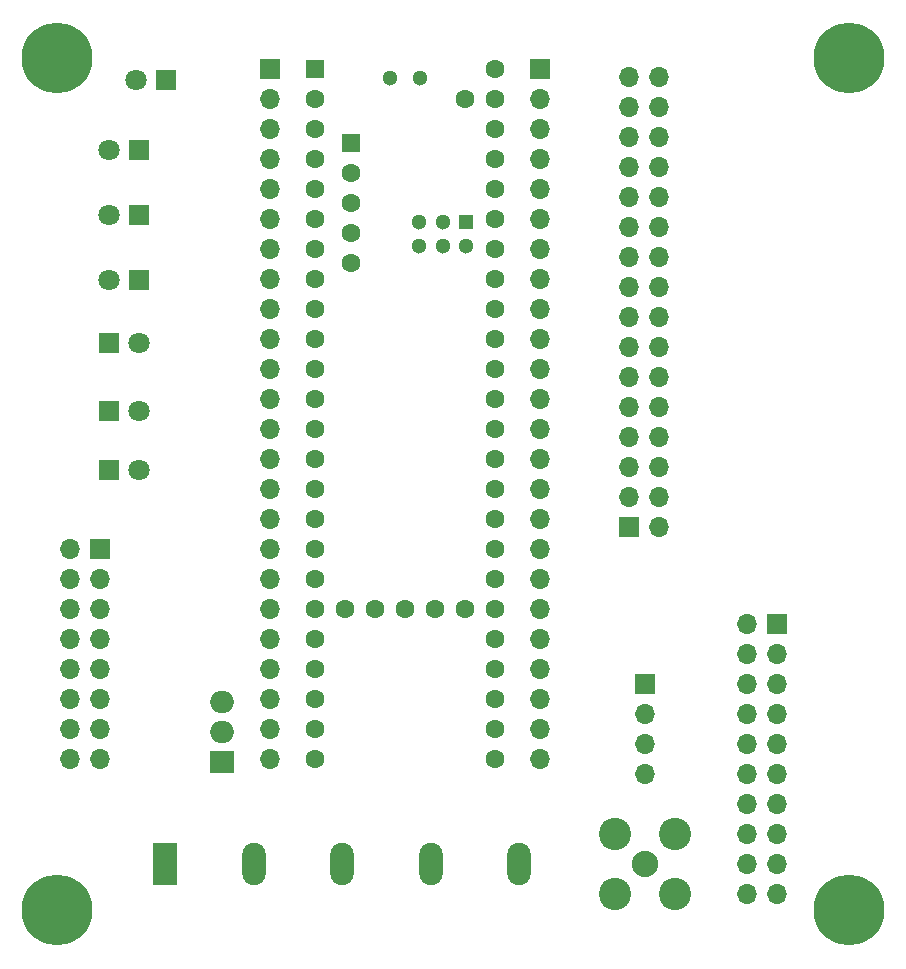
<source format=gbs>
%TF.GenerationSoftware,KiCad,Pcbnew,(5.1.4)-1*%
%TF.CreationDate,2021-11-01T00:35:55-04:00*%
%TF.ProjectId,CentralPCB,43656e74-7261-46c5-9043-422e6b696361,v01*%
%TF.SameCoordinates,Original*%
%TF.FileFunction,Soldermask,Bot*%
%TF.FilePolarity,Negative*%
%FSLAX46Y46*%
G04 Gerber Fmt 4.6, Leading zero omitted, Abs format (unit mm)*
G04 Created by KiCad (PCBNEW (5.1.4)-1) date 2021-11-01 00:35:55*
%MOMM*%
%LPD*%
G04 APERTURE LIST*
%ADD10C,6.000000*%
%ADD11O,1.700000X1.700000*%
%ADD12R,1.700000X1.700000*%
%ADD13R,2.000000X1.905000*%
%ADD14O,2.000000X1.905000*%
%ADD15R,1.800000X1.800000*%
%ADD16C,1.800000*%
%ADD17R,2.000000X3.600000*%
%ADD18O,2.000000X3.600000*%
%ADD19C,2.740000*%
%ADD20C,2.240000*%
%ADD21C,1.300000*%
%ADD22C,1.600000*%
%ADD23R,1.300000X1.300000*%
%ADD24R,1.600000X1.600000*%
G04 APERTURE END LIST*
D10*
%TO.C, *%
X97028000Y-102108000D03*
%TD*%
%TO.C, *%
X29972000Y-102108000D03*
%TD*%
%TO.C, *%
X29972000Y-29972000D03*
%TD*%
%TO.C, *%
X97028000Y-29972000D03*
%TD*%
D11*
%TO.C,J2*%
X79759500Y-90554500D03*
X79759500Y-88014500D03*
X79759500Y-85474500D03*
D12*
X79759500Y-82934500D03*
%TD*%
D13*
%TO.C,U3*%
X43909500Y-89524500D03*
D14*
X43909500Y-86984500D03*
X43909500Y-84444500D03*
%TD*%
D15*
%TO.C,D1*%
X34369500Y-64806500D03*
D16*
X36909500Y-64806500D03*
%TD*%
D12*
%TO.C,J4*%
X70869500Y-30864500D03*
D11*
X70869500Y-33404500D03*
X70869500Y-35944500D03*
X70869500Y-38484500D03*
X70869500Y-41024500D03*
X70869500Y-43564500D03*
X70869500Y-46104500D03*
X70869500Y-48644500D03*
X70869500Y-51184500D03*
X70869500Y-53724500D03*
X70869500Y-56264500D03*
X70869500Y-58804500D03*
X70869500Y-61344500D03*
X70869500Y-63884500D03*
X70869500Y-66424500D03*
X70869500Y-68964500D03*
X70869500Y-71504500D03*
X70869500Y-74044500D03*
X70869500Y-76584500D03*
X70869500Y-79124500D03*
X70869500Y-81664500D03*
X70869500Y-84204500D03*
X70869500Y-86744500D03*
X70869500Y-89284500D03*
%TD*%
D12*
%TO.C,J3*%
X48009500Y-30864500D03*
D11*
X48009500Y-33404500D03*
X48009500Y-35944500D03*
X48009500Y-38484500D03*
X48009500Y-41024500D03*
X48009500Y-43564500D03*
X48009500Y-46104500D03*
X48009500Y-48644500D03*
X48009500Y-51184500D03*
X48009500Y-53724500D03*
X48009500Y-56264500D03*
X48009500Y-58804500D03*
X48009500Y-61344500D03*
X48009500Y-63884500D03*
X48009500Y-66424500D03*
X48009500Y-68964500D03*
X48009500Y-71504500D03*
X48009500Y-74044500D03*
X48009500Y-76584500D03*
X48009500Y-79124500D03*
X48009500Y-81664500D03*
X48009500Y-84204500D03*
X48009500Y-86744500D03*
X48009500Y-89284500D03*
%TD*%
D17*
%TO.C,J8*%
X39119500Y-98174500D03*
D18*
X46619500Y-98174500D03*
X54119500Y-98174500D03*
X61619500Y-98174500D03*
X69119500Y-98174500D03*
%TD*%
D11*
%TO.C,J7*%
X88395500Y-100714500D03*
X90935500Y-100714500D03*
X88395500Y-98174500D03*
X90935500Y-98174500D03*
X88395500Y-95634500D03*
X90935500Y-95634500D03*
X88395500Y-93094500D03*
X90935500Y-93094500D03*
X88395500Y-90554500D03*
X90935500Y-90554500D03*
X88395500Y-88014500D03*
X90935500Y-88014500D03*
X88395500Y-85474500D03*
X90935500Y-85474500D03*
X88395500Y-82934500D03*
X90935500Y-82934500D03*
X88395500Y-80394500D03*
X90935500Y-80394500D03*
X88395500Y-77854500D03*
D12*
X90935500Y-77854500D03*
%TD*%
D19*
%TO.C,J6*%
X77219500Y-100714500D03*
X82299500Y-100714500D03*
X82299500Y-95634500D03*
X77219500Y-95634500D03*
D20*
X79759500Y-98174500D03*
%TD*%
D21*
%TO.C,U2*%
X60709500Y-31594500D03*
X58169500Y-31594500D03*
D22*
X64519500Y-76584500D03*
X61979500Y-76584500D03*
X59439500Y-76584500D03*
X56899500Y-76584500D03*
X54359500Y-76584500D03*
D21*
X60621100Y-43834500D03*
X60621100Y-45834500D03*
X62621100Y-45834500D03*
X62621100Y-43834500D03*
X64621100Y-45834500D03*
D23*
X64621100Y-43834500D03*
D22*
X51819500Y-71504500D03*
X51819500Y-74044500D03*
X51819500Y-76584500D03*
X51819500Y-79124500D03*
X51819500Y-68964500D03*
X51819500Y-66424500D03*
X51819500Y-63884500D03*
X51819500Y-81664500D03*
X51819500Y-84204500D03*
X51819500Y-86744500D03*
X51819500Y-89284500D03*
X67059500Y-89284500D03*
X67059500Y-86744500D03*
X67059500Y-84204500D03*
X67059500Y-81664500D03*
X67059500Y-79124500D03*
X67059500Y-76584500D03*
X67059500Y-74044500D03*
X67059500Y-71504500D03*
X67059500Y-68964500D03*
X67059500Y-66424500D03*
X51819500Y-61344500D03*
X51819500Y-58804500D03*
X51819500Y-56264500D03*
X51819500Y-53724500D03*
X51819500Y-51184500D03*
X51819500Y-48644500D03*
X51819500Y-46104500D03*
X51819500Y-43564500D03*
X51819500Y-41024500D03*
X51819500Y-38484500D03*
X51819500Y-35944500D03*
X51819500Y-33404500D03*
D24*
X51819500Y-30864500D03*
D22*
X67059500Y-63884500D03*
X67059500Y-61344500D03*
X67059500Y-58804500D03*
X67059500Y-56264500D03*
X67059500Y-53724500D03*
X67059500Y-51184500D03*
X67059500Y-48644500D03*
X67059500Y-46104500D03*
X67059500Y-43564500D03*
X67059500Y-41024500D03*
X67059500Y-38484500D03*
X67059500Y-35944500D03*
X67059500Y-33404500D03*
X67059500Y-30864500D03*
D24*
X54870300Y-37163700D03*
D22*
X54870300Y-39703700D03*
X54870300Y-42243700D03*
X54870300Y-44783700D03*
X54870300Y-47323700D03*
X64519500Y-33404500D03*
%TD*%
D11*
%TO.C,J5*%
X80973500Y-31536500D03*
X78433500Y-31536500D03*
X80973500Y-34076500D03*
X78433500Y-34076500D03*
X80973500Y-36616500D03*
X78433500Y-36616500D03*
X80973500Y-39156500D03*
X78433500Y-39156500D03*
X80973500Y-41696500D03*
X78433500Y-41696500D03*
X80973500Y-44236500D03*
X78433500Y-44236500D03*
X80973500Y-46776500D03*
X78433500Y-46776500D03*
X80973500Y-49316500D03*
X78433500Y-49316500D03*
X80973500Y-51856500D03*
X78433500Y-51856500D03*
X80973500Y-54396500D03*
X78433500Y-54396500D03*
X80973500Y-56936500D03*
X78433500Y-56936500D03*
X80973500Y-59476500D03*
X78433500Y-59476500D03*
X80973500Y-62016500D03*
X78433500Y-62016500D03*
X80973500Y-64556500D03*
X78433500Y-64556500D03*
X80973500Y-67096500D03*
X78433500Y-67096500D03*
X80973500Y-69636500D03*
D12*
X78433500Y-69636500D03*
%TD*%
%TO.C,J1*%
X33591500Y-71504500D03*
D11*
X31051500Y-71504500D03*
X33591500Y-74044500D03*
X31051500Y-74044500D03*
X33591500Y-76584500D03*
X31051500Y-76584500D03*
X33591500Y-79124500D03*
X31051500Y-79124500D03*
X33591500Y-81664500D03*
X31051500Y-81664500D03*
X33591500Y-84204500D03*
X31051500Y-84204500D03*
X33591500Y-86744500D03*
X31051500Y-86744500D03*
X33591500Y-89284500D03*
X31051500Y-89284500D03*
%TD*%
D15*
%TO.C,D7*%
X34369500Y-59794500D03*
D16*
X36909500Y-59794500D03*
%TD*%
D15*
%TO.C,D6*%
X36909500Y-48706500D03*
D16*
X34369500Y-48706500D03*
%TD*%
D15*
%TO.C,D3*%
X34369500Y-54050500D03*
D16*
X36909500Y-54050500D03*
%TD*%
D15*
%TO.C,D5*%
X36909500Y-43206500D03*
D16*
X34369500Y-43206500D03*
%TD*%
%TO.C,D2*%
X36639500Y-31786500D03*
D15*
X39179500Y-31786500D03*
%TD*%
%TO.C,D4*%
X36909500Y-37706500D03*
D16*
X34369500Y-37706500D03*
%TD*%
M02*

</source>
